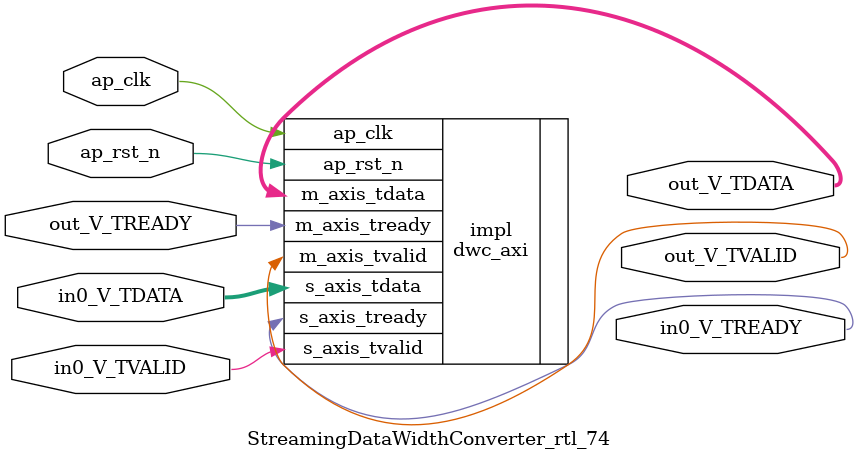
<source format=v>
/******************************************************************************
 * Copyright (C) 2023, Advanced Micro Devices, Inc.
 * All rights reserved.
 *
 * Redistribution and use in source and binary forms, with or without
 * modification, are permitted provided that the following conditions are met:
 *
 *  1. Redistributions of source code must retain the above copyright notice,
 *     this list of conditions and the following disclaimer.
 *
 *  2. Redistributions in binary form must reproduce the above copyright
 *     notice, this list of conditions and the following disclaimer in the
 *     documentation and/or other materials provided with the distribution.
 *
 *  3. Neither the name of the copyright holder nor the names of its
 *     contributors may be used to endorse or promote products derived from
 *     this software without specific prior written permission.
 *
 * THIS SOFTWARE IS PROVIDED BY THE COPYRIGHT HOLDERS AND CONTRIBUTORS "AS IS"
 * AND ANY EXPRESS OR IMPLIED WARRANTIES, INCLUDING, BUT NOT LIMITED TO,
 * THE IMPLIED WARRANTIES OF MERCHANTABILITY AND FITNESS FOR A PARTICULAR
 * PURPOSE ARE DISCLAIMED. IN NO EVENT SHALL THE COPYRIGHT HOLDER OR
 * CONTRIBUTORS BE LIABLE FOR ANY DIRECT, INDIRECT, INCIDENTAL, SPECIAL,
 * EXEMPLARY, OR CONSEQUENTIAL DAMAGES (INCLUDING, BUT NOT LIMITED TO,
 * PROCUREMENT OF SUBSTITUTE GOODS OR SERVICES; LOSS OF USE, DATA, OR PROFITS;
 * OR BUSINESS INTERRUPTION). HOWEVER CAUSED AND ON ANY THEORY OF LIABILITY,
 * WHETHER IN CONTRACT, STRICT LIABILITY, OR TORT (INCLUDING NEGLIGENCE OR
 * OTHERWISE) ARISING IN ANY WAY OUT OF THE USE OF THIS SOFTWARE, EVEN IF
 * ADVISED OF THE POSSIBILITY OF SUCH DAMAGE.
 *****************************************************************************/

module StreamingDataWidthConverter_rtl_74 #(
	parameter  IBITS = 256,
	parameter  OBITS = 4,

	parameter  AXI_IBITS = (IBITS+7)/8 * 8,
	parameter  AXI_OBITS = (OBITS+7)/8 * 8
)(
	//- Global Control ------------------
	(* X_INTERFACE_INFO = "xilinx.com:signal:clock:1.0 ap_clk CLK" *)
	(* X_INTERFACE_PARAMETER = "ASSOCIATED_BUSIF in0_V:out_V, ASSOCIATED_RESET ap_rst_n" *)
	input	ap_clk,
	(* X_INTERFACE_PARAMETER = "POLARITY ACTIVE_LOW" *)
	input	ap_rst_n,

	//- AXI Stream - Input --------------
	output	in0_V_TREADY,
	input	in0_V_TVALID,
	input	[AXI_IBITS-1:0]  in0_V_TDATA,

	//- AXI Stream - Output -------------
	input	out_V_TREADY,
	output	out_V_TVALID,
	output	[AXI_OBITS-1:0]  out_V_TDATA
);

	dwc_axi #(
		.IBITS(IBITS),
		.OBITS(OBITS)
	) impl (
		.ap_clk(ap_clk),
		.ap_rst_n(ap_rst_n),
		.s_axis_tready(in0_V_TREADY),
		.s_axis_tvalid(in0_V_TVALID),
		.s_axis_tdata(in0_V_TDATA),
		.m_axis_tready(out_V_TREADY),
		.m_axis_tvalid(out_V_TVALID),
		.m_axis_tdata(out_V_TDATA)
	);

endmodule

</source>
